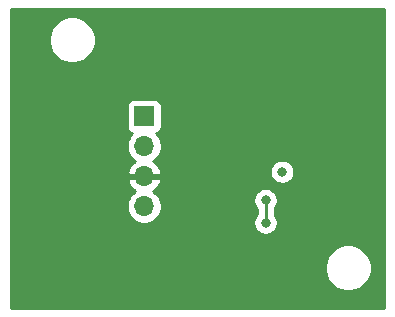
<source format=gbr>
%TF.GenerationSoftware,KiCad,Pcbnew,5.1.6-c6e7f7d~87~ubuntu18.04.1*%
%TF.CreationDate,2021-12-08T10:02:53-08:00*%
%TF.ProjectId,wien-bridge-oscillator,7769656e-2d62-4726-9964-67652d6f7363,rev?*%
%TF.SameCoordinates,Original*%
%TF.FileFunction,Copper,L2,Bot*%
%TF.FilePolarity,Positive*%
%FSLAX46Y46*%
G04 Gerber Fmt 4.6, Leading zero omitted, Abs format (unit mm)*
G04 Created by KiCad (PCBNEW 5.1.6-c6e7f7d~87~ubuntu18.04.1) date 2021-12-08 10:02:53*
%MOMM*%
%LPD*%
G01*
G04 APERTURE LIST*
%TA.AperFunction,ComponentPad*%
%ADD10O,1.700000X1.700000*%
%TD*%
%TA.AperFunction,ComponentPad*%
%ADD11R,1.700000X1.700000*%
%TD*%
%TA.AperFunction,ViaPad*%
%ADD12C,0.800000*%
%TD*%
%TA.AperFunction,Conductor*%
%ADD13C,0.254000*%
%TD*%
G04 APERTURE END LIST*
D10*
%TO.P,J2,4*%
%TO.N,/Vout*%
X155448000Y-101219000D03*
%TO.P,J2,3*%
%TO.N,GND*%
X155448000Y-98679000D03*
%TO.P,J2,2*%
%TO.N,+9V*%
X155448000Y-96139000D03*
D11*
%TO.P,J2,1*%
%TO.N,-9V*%
X155448000Y-93599000D03*
%TD*%
D12*
%TO.N,GND*%
X158496000Y-98806000D03*
X160020000Y-98806000D03*
%TO.N,Net-(U1-Pad8)*%
X167132000Y-98298000D03*
%TO.N,+9V*%
X165735000Y-102616000D03*
X165735000Y-100711000D03*
%TD*%
D13*
%TO.N,+9V*%
X165735000Y-100711000D02*
X165735000Y-102616000D01*
%TD*%
%TO.N,GND*%
G36*
X175743000Y-109830000D02*
G01*
X144170000Y-109830000D01*
X144170000Y-106230495D01*
X170735000Y-106230495D01*
X170735000Y-106621505D01*
X170811282Y-107005003D01*
X170960915Y-107366250D01*
X171178149Y-107691364D01*
X171454636Y-107967851D01*
X171779750Y-108185085D01*
X172140997Y-108334718D01*
X172524495Y-108411000D01*
X172915505Y-108411000D01*
X173299003Y-108334718D01*
X173660250Y-108185085D01*
X173985364Y-107967851D01*
X174261851Y-107691364D01*
X174479085Y-107366250D01*
X174628718Y-107005003D01*
X174705000Y-106621505D01*
X174705000Y-106230495D01*
X174628718Y-105846997D01*
X174479085Y-105485750D01*
X174261851Y-105160636D01*
X173985364Y-104884149D01*
X173660250Y-104666915D01*
X173299003Y-104517282D01*
X172915505Y-104441000D01*
X172524495Y-104441000D01*
X172140997Y-104517282D01*
X171779750Y-104666915D01*
X171454636Y-104884149D01*
X171178149Y-105160636D01*
X170960915Y-105485750D01*
X170811282Y-105846997D01*
X170735000Y-106230495D01*
X144170000Y-106230495D01*
X144170000Y-101072740D01*
X153963000Y-101072740D01*
X153963000Y-101365260D01*
X154020068Y-101652158D01*
X154132010Y-101922411D01*
X154294525Y-102165632D01*
X154501368Y-102372475D01*
X154744589Y-102534990D01*
X155014842Y-102646932D01*
X155301740Y-102704000D01*
X155594260Y-102704000D01*
X155881158Y-102646932D01*
X156151411Y-102534990D01*
X156394632Y-102372475D01*
X156601475Y-102165632D01*
X156763990Y-101922411D01*
X156875932Y-101652158D01*
X156933000Y-101365260D01*
X156933000Y-101072740D01*
X156875932Y-100785842D01*
X156802708Y-100609061D01*
X164700000Y-100609061D01*
X164700000Y-100812939D01*
X164739774Y-101012898D01*
X164817795Y-101201256D01*
X164931063Y-101370774D01*
X164973000Y-101412711D01*
X164973001Y-101914288D01*
X164931063Y-101956226D01*
X164817795Y-102125744D01*
X164739774Y-102314102D01*
X164700000Y-102514061D01*
X164700000Y-102717939D01*
X164739774Y-102917898D01*
X164817795Y-103106256D01*
X164931063Y-103275774D01*
X165075226Y-103419937D01*
X165244744Y-103533205D01*
X165433102Y-103611226D01*
X165633061Y-103651000D01*
X165836939Y-103651000D01*
X166036898Y-103611226D01*
X166225256Y-103533205D01*
X166394774Y-103419937D01*
X166538937Y-103275774D01*
X166652205Y-103106256D01*
X166730226Y-102917898D01*
X166770000Y-102717939D01*
X166770000Y-102514061D01*
X166730226Y-102314102D01*
X166652205Y-102125744D01*
X166538937Y-101956226D01*
X166497000Y-101914289D01*
X166497000Y-101412711D01*
X166538937Y-101370774D01*
X166652205Y-101201256D01*
X166730226Y-101012898D01*
X166770000Y-100812939D01*
X166770000Y-100609061D01*
X166730226Y-100409102D01*
X166652205Y-100220744D01*
X166538937Y-100051226D01*
X166394774Y-99907063D01*
X166225256Y-99793795D01*
X166036898Y-99715774D01*
X165836939Y-99676000D01*
X165633061Y-99676000D01*
X165433102Y-99715774D01*
X165244744Y-99793795D01*
X165075226Y-99907063D01*
X164931063Y-100051226D01*
X164817795Y-100220744D01*
X164739774Y-100409102D01*
X164700000Y-100609061D01*
X156802708Y-100609061D01*
X156763990Y-100515589D01*
X156601475Y-100272368D01*
X156394632Y-100065525D01*
X156212466Y-99943805D01*
X156329355Y-99874178D01*
X156545588Y-99679269D01*
X156719641Y-99445920D01*
X156844825Y-99183099D01*
X156889476Y-99035890D01*
X156768155Y-98806000D01*
X155575000Y-98806000D01*
X155575000Y-98826000D01*
X155321000Y-98826000D01*
X155321000Y-98806000D01*
X154127845Y-98806000D01*
X154006524Y-99035890D01*
X154051175Y-99183099D01*
X154176359Y-99445920D01*
X154350412Y-99679269D01*
X154566645Y-99874178D01*
X154683534Y-99943805D01*
X154501368Y-100065525D01*
X154294525Y-100272368D01*
X154132010Y-100515589D01*
X154020068Y-100785842D01*
X153963000Y-101072740D01*
X144170000Y-101072740D01*
X144170000Y-92749000D01*
X153959928Y-92749000D01*
X153959928Y-94449000D01*
X153972188Y-94573482D01*
X154008498Y-94693180D01*
X154067463Y-94803494D01*
X154146815Y-94900185D01*
X154243506Y-94979537D01*
X154353820Y-95038502D01*
X154426380Y-95060513D01*
X154294525Y-95192368D01*
X154132010Y-95435589D01*
X154020068Y-95705842D01*
X153963000Y-95992740D01*
X153963000Y-96285260D01*
X154020068Y-96572158D01*
X154132010Y-96842411D01*
X154294525Y-97085632D01*
X154501368Y-97292475D01*
X154683534Y-97414195D01*
X154566645Y-97483822D01*
X154350412Y-97678731D01*
X154176359Y-97912080D01*
X154051175Y-98174901D01*
X154006524Y-98322110D01*
X154127845Y-98552000D01*
X155321000Y-98552000D01*
X155321000Y-98532000D01*
X155575000Y-98532000D01*
X155575000Y-98552000D01*
X156768155Y-98552000D01*
X156889476Y-98322110D01*
X156851244Y-98196061D01*
X166097000Y-98196061D01*
X166097000Y-98399939D01*
X166136774Y-98599898D01*
X166214795Y-98788256D01*
X166328063Y-98957774D01*
X166472226Y-99101937D01*
X166641744Y-99215205D01*
X166830102Y-99293226D01*
X167030061Y-99333000D01*
X167233939Y-99333000D01*
X167433898Y-99293226D01*
X167622256Y-99215205D01*
X167791774Y-99101937D01*
X167935937Y-98957774D01*
X168049205Y-98788256D01*
X168127226Y-98599898D01*
X168167000Y-98399939D01*
X168167000Y-98196061D01*
X168127226Y-97996102D01*
X168049205Y-97807744D01*
X167935937Y-97638226D01*
X167791774Y-97494063D01*
X167622256Y-97380795D01*
X167433898Y-97302774D01*
X167233939Y-97263000D01*
X167030061Y-97263000D01*
X166830102Y-97302774D01*
X166641744Y-97380795D01*
X166472226Y-97494063D01*
X166328063Y-97638226D01*
X166214795Y-97807744D01*
X166136774Y-97996102D01*
X166097000Y-98196061D01*
X156851244Y-98196061D01*
X156844825Y-98174901D01*
X156719641Y-97912080D01*
X156545588Y-97678731D01*
X156329355Y-97483822D01*
X156212466Y-97414195D01*
X156394632Y-97292475D01*
X156601475Y-97085632D01*
X156763990Y-96842411D01*
X156875932Y-96572158D01*
X156933000Y-96285260D01*
X156933000Y-95992740D01*
X156875932Y-95705842D01*
X156763990Y-95435589D01*
X156601475Y-95192368D01*
X156469620Y-95060513D01*
X156542180Y-95038502D01*
X156652494Y-94979537D01*
X156749185Y-94900185D01*
X156828537Y-94803494D01*
X156887502Y-94693180D01*
X156923812Y-94573482D01*
X156936072Y-94449000D01*
X156936072Y-92749000D01*
X156923812Y-92624518D01*
X156887502Y-92504820D01*
X156828537Y-92394506D01*
X156749185Y-92297815D01*
X156652494Y-92218463D01*
X156542180Y-92159498D01*
X156422482Y-92123188D01*
X156298000Y-92110928D01*
X154598000Y-92110928D01*
X154473518Y-92123188D01*
X154353820Y-92159498D01*
X154243506Y-92218463D01*
X154146815Y-92297815D01*
X154067463Y-92394506D01*
X154008498Y-92504820D01*
X153972188Y-92624518D01*
X153959928Y-92749000D01*
X144170000Y-92749000D01*
X144170000Y-86926495D01*
X147367000Y-86926495D01*
X147367000Y-87317505D01*
X147443282Y-87701003D01*
X147592915Y-88062250D01*
X147810149Y-88387364D01*
X148086636Y-88663851D01*
X148411750Y-88881085D01*
X148772997Y-89030718D01*
X149156495Y-89107000D01*
X149547505Y-89107000D01*
X149931003Y-89030718D01*
X150292250Y-88881085D01*
X150617364Y-88663851D01*
X150893851Y-88387364D01*
X151111085Y-88062250D01*
X151260718Y-87701003D01*
X151337000Y-87317505D01*
X151337000Y-86926495D01*
X151260718Y-86542997D01*
X151111085Y-86181750D01*
X150893851Y-85856636D01*
X150617364Y-85580149D01*
X150292250Y-85362915D01*
X149931003Y-85213282D01*
X149547505Y-85137000D01*
X149156495Y-85137000D01*
X148772997Y-85213282D01*
X148411750Y-85362915D01*
X148086636Y-85580149D01*
X147810149Y-85856636D01*
X147592915Y-86181750D01*
X147443282Y-86542997D01*
X147367000Y-86926495D01*
X144170000Y-86926495D01*
X144170000Y-84480000D01*
X175743001Y-84480000D01*
X175743000Y-109830000D01*
G37*
X175743000Y-109830000D02*
X144170000Y-109830000D01*
X144170000Y-106230495D01*
X170735000Y-106230495D01*
X170735000Y-106621505D01*
X170811282Y-107005003D01*
X170960915Y-107366250D01*
X171178149Y-107691364D01*
X171454636Y-107967851D01*
X171779750Y-108185085D01*
X172140997Y-108334718D01*
X172524495Y-108411000D01*
X172915505Y-108411000D01*
X173299003Y-108334718D01*
X173660250Y-108185085D01*
X173985364Y-107967851D01*
X174261851Y-107691364D01*
X174479085Y-107366250D01*
X174628718Y-107005003D01*
X174705000Y-106621505D01*
X174705000Y-106230495D01*
X174628718Y-105846997D01*
X174479085Y-105485750D01*
X174261851Y-105160636D01*
X173985364Y-104884149D01*
X173660250Y-104666915D01*
X173299003Y-104517282D01*
X172915505Y-104441000D01*
X172524495Y-104441000D01*
X172140997Y-104517282D01*
X171779750Y-104666915D01*
X171454636Y-104884149D01*
X171178149Y-105160636D01*
X170960915Y-105485750D01*
X170811282Y-105846997D01*
X170735000Y-106230495D01*
X144170000Y-106230495D01*
X144170000Y-101072740D01*
X153963000Y-101072740D01*
X153963000Y-101365260D01*
X154020068Y-101652158D01*
X154132010Y-101922411D01*
X154294525Y-102165632D01*
X154501368Y-102372475D01*
X154744589Y-102534990D01*
X155014842Y-102646932D01*
X155301740Y-102704000D01*
X155594260Y-102704000D01*
X155881158Y-102646932D01*
X156151411Y-102534990D01*
X156394632Y-102372475D01*
X156601475Y-102165632D01*
X156763990Y-101922411D01*
X156875932Y-101652158D01*
X156933000Y-101365260D01*
X156933000Y-101072740D01*
X156875932Y-100785842D01*
X156802708Y-100609061D01*
X164700000Y-100609061D01*
X164700000Y-100812939D01*
X164739774Y-101012898D01*
X164817795Y-101201256D01*
X164931063Y-101370774D01*
X164973000Y-101412711D01*
X164973001Y-101914288D01*
X164931063Y-101956226D01*
X164817795Y-102125744D01*
X164739774Y-102314102D01*
X164700000Y-102514061D01*
X164700000Y-102717939D01*
X164739774Y-102917898D01*
X164817795Y-103106256D01*
X164931063Y-103275774D01*
X165075226Y-103419937D01*
X165244744Y-103533205D01*
X165433102Y-103611226D01*
X165633061Y-103651000D01*
X165836939Y-103651000D01*
X166036898Y-103611226D01*
X166225256Y-103533205D01*
X166394774Y-103419937D01*
X166538937Y-103275774D01*
X166652205Y-103106256D01*
X166730226Y-102917898D01*
X166770000Y-102717939D01*
X166770000Y-102514061D01*
X166730226Y-102314102D01*
X166652205Y-102125744D01*
X166538937Y-101956226D01*
X166497000Y-101914289D01*
X166497000Y-101412711D01*
X166538937Y-101370774D01*
X166652205Y-101201256D01*
X166730226Y-101012898D01*
X166770000Y-100812939D01*
X166770000Y-100609061D01*
X166730226Y-100409102D01*
X166652205Y-100220744D01*
X166538937Y-100051226D01*
X166394774Y-99907063D01*
X166225256Y-99793795D01*
X166036898Y-99715774D01*
X165836939Y-99676000D01*
X165633061Y-99676000D01*
X165433102Y-99715774D01*
X165244744Y-99793795D01*
X165075226Y-99907063D01*
X164931063Y-100051226D01*
X164817795Y-100220744D01*
X164739774Y-100409102D01*
X164700000Y-100609061D01*
X156802708Y-100609061D01*
X156763990Y-100515589D01*
X156601475Y-100272368D01*
X156394632Y-100065525D01*
X156212466Y-99943805D01*
X156329355Y-99874178D01*
X156545588Y-99679269D01*
X156719641Y-99445920D01*
X156844825Y-99183099D01*
X156889476Y-99035890D01*
X156768155Y-98806000D01*
X155575000Y-98806000D01*
X155575000Y-98826000D01*
X155321000Y-98826000D01*
X155321000Y-98806000D01*
X154127845Y-98806000D01*
X154006524Y-99035890D01*
X154051175Y-99183099D01*
X154176359Y-99445920D01*
X154350412Y-99679269D01*
X154566645Y-99874178D01*
X154683534Y-99943805D01*
X154501368Y-100065525D01*
X154294525Y-100272368D01*
X154132010Y-100515589D01*
X154020068Y-100785842D01*
X153963000Y-101072740D01*
X144170000Y-101072740D01*
X144170000Y-92749000D01*
X153959928Y-92749000D01*
X153959928Y-94449000D01*
X153972188Y-94573482D01*
X154008498Y-94693180D01*
X154067463Y-94803494D01*
X154146815Y-94900185D01*
X154243506Y-94979537D01*
X154353820Y-95038502D01*
X154426380Y-95060513D01*
X154294525Y-95192368D01*
X154132010Y-95435589D01*
X154020068Y-95705842D01*
X153963000Y-95992740D01*
X153963000Y-96285260D01*
X154020068Y-96572158D01*
X154132010Y-96842411D01*
X154294525Y-97085632D01*
X154501368Y-97292475D01*
X154683534Y-97414195D01*
X154566645Y-97483822D01*
X154350412Y-97678731D01*
X154176359Y-97912080D01*
X154051175Y-98174901D01*
X154006524Y-98322110D01*
X154127845Y-98552000D01*
X155321000Y-98552000D01*
X155321000Y-98532000D01*
X155575000Y-98532000D01*
X155575000Y-98552000D01*
X156768155Y-98552000D01*
X156889476Y-98322110D01*
X156851244Y-98196061D01*
X166097000Y-98196061D01*
X166097000Y-98399939D01*
X166136774Y-98599898D01*
X166214795Y-98788256D01*
X166328063Y-98957774D01*
X166472226Y-99101937D01*
X166641744Y-99215205D01*
X166830102Y-99293226D01*
X167030061Y-99333000D01*
X167233939Y-99333000D01*
X167433898Y-99293226D01*
X167622256Y-99215205D01*
X167791774Y-99101937D01*
X167935937Y-98957774D01*
X168049205Y-98788256D01*
X168127226Y-98599898D01*
X168167000Y-98399939D01*
X168167000Y-98196061D01*
X168127226Y-97996102D01*
X168049205Y-97807744D01*
X167935937Y-97638226D01*
X167791774Y-97494063D01*
X167622256Y-97380795D01*
X167433898Y-97302774D01*
X167233939Y-97263000D01*
X167030061Y-97263000D01*
X166830102Y-97302774D01*
X166641744Y-97380795D01*
X166472226Y-97494063D01*
X166328063Y-97638226D01*
X166214795Y-97807744D01*
X166136774Y-97996102D01*
X166097000Y-98196061D01*
X156851244Y-98196061D01*
X156844825Y-98174901D01*
X156719641Y-97912080D01*
X156545588Y-97678731D01*
X156329355Y-97483822D01*
X156212466Y-97414195D01*
X156394632Y-97292475D01*
X156601475Y-97085632D01*
X156763990Y-96842411D01*
X156875932Y-96572158D01*
X156933000Y-96285260D01*
X156933000Y-95992740D01*
X156875932Y-95705842D01*
X156763990Y-95435589D01*
X156601475Y-95192368D01*
X156469620Y-95060513D01*
X156542180Y-95038502D01*
X156652494Y-94979537D01*
X156749185Y-94900185D01*
X156828537Y-94803494D01*
X156887502Y-94693180D01*
X156923812Y-94573482D01*
X156936072Y-94449000D01*
X156936072Y-92749000D01*
X156923812Y-92624518D01*
X156887502Y-92504820D01*
X156828537Y-92394506D01*
X156749185Y-92297815D01*
X156652494Y-92218463D01*
X156542180Y-92159498D01*
X156422482Y-92123188D01*
X156298000Y-92110928D01*
X154598000Y-92110928D01*
X154473518Y-92123188D01*
X154353820Y-92159498D01*
X154243506Y-92218463D01*
X154146815Y-92297815D01*
X154067463Y-92394506D01*
X154008498Y-92504820D01*
X153972188Y-92624518D01*
X153959928Y-92749000D01*
X144170000Y-92749000D01*
X144170000Y-86926495D01*
X147367000Y-86926495D01*
X147367000Y-87317505D01*
X147443282Y-87701003D01*
X147592915Y-88062250D01*
X147810149Y-88387364D01*
X148086636Y-88663851D01*
X148411750Y-88881085D01*
X148772997Y-89030718D01*
X149156495Y-89107000D01*
X149547505Y-89107000D01*
X149931003Y-89030718D01*
X150292250Y-88881085D01*
X150617364Y-88663851D01*
X150893851Y-88387364D01*
X151111085Y-88062250D01*
X151260718Y-87701003D01*
X151337000Y-87317505D01*
X151337000Y-86926495D01*
X151260718Y-86542997D01*
X151111085Y-86181750D01*
X150893851Y-85856636D01*
X150617364Y-85580149D01*
X150292250Y-85362915D01*
X149931003Y-85213282D01*
X149547505Y-85137000D01*
X149156495Y-85137000D01*
X148772997Y-85213282D01*
X148411750Y-85362915D01*
X148086636Y-85580149D01*
X147810149Y-85856636D01*
X147592915Y-86181750D01*
X147443282Y-86542997D01*
X147367000Y-86926495D01*
X144170000Y-86926495D01*
X144170000Y-84480000D01*
X175743001Y-84480000D01*
X175743000Y-109830000D01*
%TD*%
M02*

</source>
